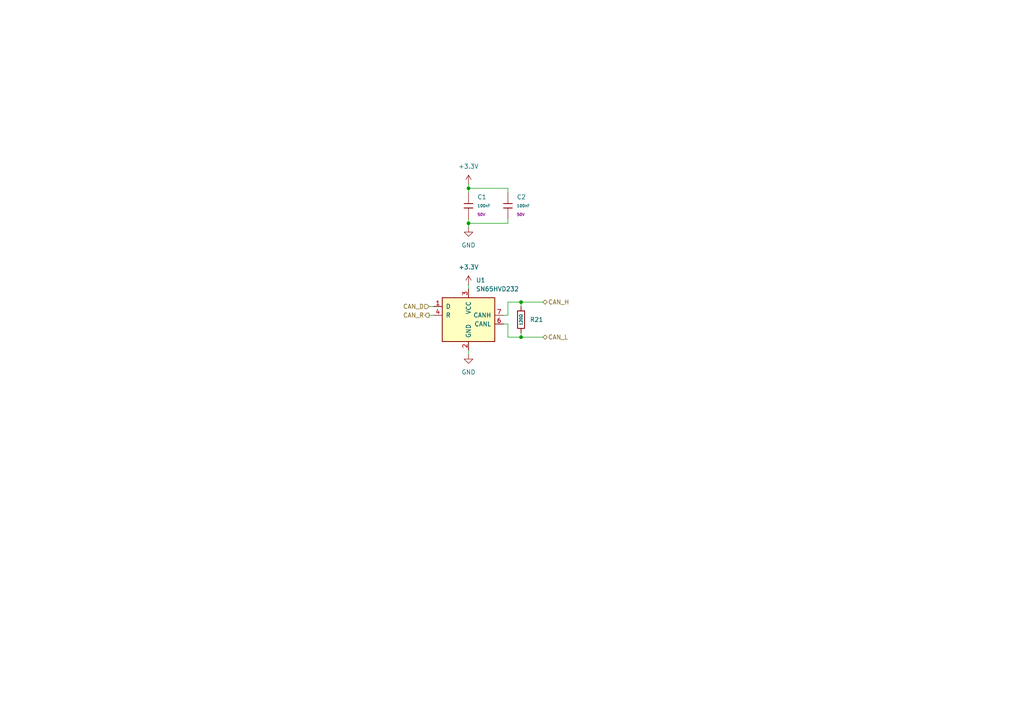
<source format=kicad_sch>
(kicad_sch
	(version 20250114)
	(generator "eeschema")
	(generator_version "9.0")
	(uuid "400a82bc-a896-47f5-b1d3-8466974c6322")
	(paper "A4")
	(title_block
		(title "CAN Transciever")
		(date "2025-11-01")
		(rev "0")
		(company "Solar Energy Racers")
	)
	(lib_symbols
		(symbol "Interface_CAN_LIN:SN65HVD232"
			(pin_names
				(offset 1.016)
			)
			(exclude_from_sim no)
			(in_bom yes)
			(on_board yes)
			(property "Reference" "U"
				(at -2.54 10.16 0)
				(effects
					(font
						(size 1.27 1.27)
					)
					(justify right)
				)
			)
			(property "Value" "SN65HVD232"
				(at -2.54 7.62 0)
				(effects
					(font
						(size 1.27 1.27)
					)
					(justify right)
				)
			)
			(property "Footprint" "Package_SO:SOIC-8_3.9x4.9mm_P1.27mm"
				(at 0 -12.7 0)
				(effects
					(font
						(size 1.27 1.27)
					)
					(hide yes)
				)
			)
			(property "Datasheet" "http://www.ti.com/lit/ds/symlink/sn65hvd230.pdf"
				(at -2.54 10.16 0)
				(effects
					(font
						(size 1.27 1.27)
					)
					(hide yes)
				)
			)
			(property "Description" "CAN Bus Transceivers, 3.3V, 1Mbps, SOIC-8"
				(at 0 0 0)
				(effects
					(font
						(size 1.27 1.27)
					)
					(hide yes)
				)
			)
			(property "ki_keywords" "can transeiver ti"
				(at 0 0 0)
				(effects
					(font
						(size 1.27 1.27)
					)
					(hide yes)
				)
			)
			(property "ki_fp_filters" "SOIC*3.9x4.9mm*P1.27mm*"
				(at 0 0 0)
				(effects
					(font
						(size 1.27 1.27)
					)
					(hide yes)
				)
			)
			(symbol "SN65HVD232_0_1"
				(rectangle
					(start -7.62 5.08)
					(end 7.62 -7.62)
					(stroke
						(width 0.254)
						(type default)
					)
					(fill
						(type background)
					)
				)
			)
			(symbol "SN65HVD232_1_1"
				(pin input line
					(at -10.16 2.54 0)
					(length 2.54)
					(name "D"
						(effects
							(font
								(size 1.27 1.27)
							)
						)
					)
					(number "1"
						(effects
							(font
								(size 1.27 1.27)
							)
						)
					)
				)
				(pin output line
					(at -10.16 0 0)
					(length 2.54)
					(name "R"
						(effects
							(font
								(size 1.27 1.27)
							)
						)
					)
					(number "4"
						(effects
							(font
								(size 1.27 1.27)
							)
						)
					)
				)
				(pin no_connect line
					(at -7.62 -2.54 0)
					(length 2.54)
					(hide yes)
					(name "NC"
						(effects
							(font
								(size 1.27 1.27)
							)
						)
					)
					(number "5"
						(effects
							(font
								(size 1.27 1.27)
							)
						)
					)
				)
				(pin no_connect line
					(at -7.62 -5.08 0)
					(length 2.54)
					(hide yes)
					(name "NC"
						(effects
							(font
								(size 1.27 1.27)
							)
						)
					)
					(number "8"
						(effects
							(font
								(size 1.27 1.27)
							)
						)
					)
				)
				(pin power_in line
					(at 0 7.62 270)
					(length 2.54)
					(name "VCC"
						(effects
							(font
								(size 1.27 1.27)
							)
						)
					)
					(number "3"
						(effects
							(font
								(size 1.27 1.27)
							)
						)
					)
				)
				(pin power_in line
					(at 0 -10.16 90)
					(length 2.54)
					(name "GND"
						(effects
							(font
								(size 1.27 1.27)
							)
						)
					)
					(number "2"
						(effects
							(font
								(size 1.27 1.27)
							)
						)
					)
				)
				(pin bidirectional line
					(at 10.16 0 180)
					(length 2.54)
					(name "CANH"
						(effects
							(font
								(size 1.27 1.27)
							)
						)
					)
					(number "7"
						(effects
							(font
								(size 1.27 1.27)
							)
						)
					)
				)
				(pin bidirectional line
					(at 10.16 -2.54 180)
					(length 2.54)
					(name "CANL"
						(effects
							(font
								(size 1.27 1.27)
							)
						)
					)
					(number "6"
						(effects
							(font
								(size 1.27 1.27)
							)
						)
					)
				)
			)
			(embedded_fonts no)
		)
		(symbol "PCM_JLCPCB-Capacitors:0603,100nF"
			(pin_numbers
				(hide yes)
			)
			(pin_names
				(offset 0)
			)
			(exclude_from_sim no)
			(in_bom yes)
			(on_board yes)
			(property "Reference" "C"
				(at 2.032 1.668 0)
				(effects
					(font
						(size 1.27 1.27)
					)
					(justify left)
				)
			)
			(property "Value" "100nF"
				(at 2.032 -0.3782 0)
				(effects
					(font
						(size 0.8 0.8)
					)
					(justify left)
				)
			)
			(property "Footprint" "PCM_JLCPCB:C_0603"
				(at -1.778 0 90)
				(effects
					(font
						(size 1.27 1.27)
					)
					(hide yes)
				)
			)
			(property "Datasheet" "https://www.lcsc.com/datasheet/lcsc_datasheet_2211101700_YAGEO-CC0603KRX7R9BB104_C14663.pdf"
				(at 0 0 0)
				(effects
					(font
						(size 1.27 1.27)
					)
					(hide yes)
				)
			)
			(property "Description" "50V 100nF X7R ±10% 0603 Multilayer Ceramic Capacitors MLCC - SMD/SMT ROHS"
				(at 0 0 0)
				(effects
					(font
						(size 1.27 1.27)
					)
					(hide yes)
				)
			)
			(property "LCSC" "C14663"
				(at 0 0 0)
				(effects
					(font
						(size 1.27 1.27)
					)
					(hide yes)
				)
			)
			(property "Stock" "70324515"
				(at 0 0 0)
				(effects
					(font
						(size 1.27 1.27)
					)
					(hide yes)
				)
			)
			(property "Price" "0.006USD"
				(at 0 0 0)
				(effects
					(font
						(size 1.27 1.27)
					)
					(hide yes)
				)
			)
			(property "Process" "SMT"
				(at 0 0 0)
				(effects
					(font
						(size 1.27 1.27)
					)
					(hide yes)
				)
			)
			(property "Minimum Qty" "20"
				(at 0 0 0)
				(effects
					(font
						(size 1.27 1.27)
					)
					(hide yes)
				)
			)
			(property "Attrition Qty" "10"
				(at 0 0 0)
				(effects
					(font
						(size 1.27 1.27)
					)
					(hide yes)
				)
			)
			(property "Class" "Basic Component"
				(at 0 0 0)
				(effects
					(font
						(size 1.27 1.27)
					)
					(hide yes)
				)
			)
			(property "Category" "Capacitors,Multilayer Ceramic Capacitors MLCC - SMD/SMT"
				(at 0 0 0)
				(effects
					(font
						(size 1.27 1.27)
					)
					(hide yes)
				)
			)
			(property "Manufacturer" "YAGEO"
				(at 0 0 0)
				(effects
					(font
						(size 1.27 1.27)
					)
					(hide yes)
				)
			)
			(property "Part" "CC0603KRX7R9BB104"
				(at 0 0 0)
				(effects
					(font
						(size 1.27 1.27)
					)
					(hide yes)
				)
			)
			(property "Voltage Rated" "50V"
				(at 2.032 -2.0462 0)
				(effects
					(font
						(size 0.8 0.8)
					)
					(justify left)
				)
			)
			(property "Tolerance" "±10%"
				(at 0 0 0)
				(effects
					(font
						(size 1.27 1.27)
					)
					(hide yes)
				)
			)
			(property "Capacitance" "100nF"
				(at 0 0 0)
				(effects
					(font
						(size 1.27 1.27)
					)
					(hide yes)
				)
			)
			(property "Temperature Coefficient" "X7R"
				(at 0 0 0)
				(effects
					(font
						(size 1.27 1.27)
					)
					(hide yes)
				)
			)
			(property "ki_fp_filters" "C_*"
				(at 0 0 0)
				(effects
					(font
						(size 1.27 1.27)
					)
					(hide yes)
				)
			)
			(symbol "0603,100nF_0_1"
				(polyline
					(pts
						(xy -1.27 0.635) (xy 1.27 0.635)
					)
					(stroke
						(width 0.254)
						(type default)
					)
					(fill
						(type none)
					)
				)
				(polyline
					(pts
						(xy -1.27 -0.635) (xy 1.27 -0.635)
					)
					(stroke
						(width 0.254)
						(type default)
					)
					(fill
						(type none)
					)
				)
			)
			(symbol "0603,100nF_1_1"
				(pin passive line
					(at 0 3.81 270)
					(length 3.175)
					(name "~"
						(effects
							(font
								(size 1.27 1.27)
							)
						)
					)
					(number "1"
						(effects
							(font
								(size 1.27 1.27)
							)
						)
					)
				)
				(pin passive line
					(at 0 -3.81 90)
					(length 3.175)
					(name "~"
						(effects
							(font
								(size 1.27 1.27)
							)
						)
					)
					(number "2"
						(effects
							(font
								(size 1.27 1.27)
							)
						)
					)
				)
			)
			(embedded_fonts no)
		)
		(symbol "PCM_JLCPCB-Resistors:0603,120Ω"
			(pin_numbers
				(hide yes)
			)
			(pin_names
				(offset 0)
			)
			(exclude_from_sim no)
			(in_bom yes)
			(on_board yes)
			(property "Reference" "R"
				(at 1.778 0 0)
				(effects
					(font
						(size 1.27 1.27)
					)
					(justify left)
				)
			)
			(property "Value" "120Ω"
				(at 0 0 90)
				(do_not_autoplace)
				(effects
					(font
						(size 0.8 0.8)
					)
				)
			)
			(property "Footprint" "PCM_JLCPCB:R_0603"
				(at -1.778 0 90)
				(effects
					(font
						(size 1.27 1.27)
					)
					(hide yes)
				)
			)
			(property "Datasheet" "https://www.lcsc.com/datasheet/lcsc_datasheet_2206010130_UNI-ROYAL-Uniroyal-Elec-0603WAF1200T5E_C22787.pdf"
				(at 0 0 0)
				(effects
					(font
						(size 1.27 1.27)
					)
					(hide yes)
				)
			)
			(property "Description" "100mW Thick Film Resistors 75V ±100ppm/°C ±1% 120Ω 0603 Chip Resistor - Surface Mount ROHS"
				(at 0 0 0)
				(effects
					(font
						(size 1.27 1.27)
					)
					(hide yes)
				)
			)
			(property "LCSC" "C22787"
				(at 0 0 0)
				(effects
					(font
						(size 1.27 1.27)
					)
					(hide yes)
				)
			)
			(property "Stock" "1670032"
				(at 0 0 0)
				(effects
					(font
						(size 1.27 1.27)
					)
					(hide yes)
				)
			)
			(property "Price" "0.004USD"
				(at 0 0 0)
				(effects
					(font
						(size 1.27 1.27)
					)
					(hide yes)
				)
			)
			(property "Process" "SMT"
				(at 0 0 0)
				(effects
					(font
						(size 1.27 1.27)
					)
					(hide yes)
				)
			)
			(property "Minimum Qty" "20"
				(at 0 0 0)
				(effects
					(font
						(size 1.27 1.27)
					)
					(hide yes)
				)
			)
			(property "Attrition Qty" "10"
				(at 0 0 0)
				(effects
					(font
						(size 1.27 1.27)
					)
					(hide yes)
				)
			)
			(property "Class" "Basic Component"
				(at 0 0 0)
				(effects
					(font
						(size 1.27 1.27)
					)
					(hide yes)
				)
			)
			(property "Category" "Resistors,Chip Resistor - Surface Mount"
				(at 0 0 0)
				(effects
					(font
						(size 1.27 1.27)
					)
					(hide yes)
				)
			)
			(property "Manufacturer" "UNI-ROYAL(Uniroyal Elec)"
				(at 0 0 0)
				(effects
					(font
						(size 1.27 1.27)
					)
					(hide yes)
				)
			)
			(property "Part" "0603WAF1200T5E"
				(at 0 0 0)
				(effects
					(font
						(size 1.27 1.27)
					)
					(hide yes)
				)
			)
			(property "Resistance" "120Ω"
				(at 0 0 0)
				(effects
					(font
						(size 1.27 1.27)
					)
					(hide yes)
				)
			)
			(property "Power(Watts)" "100mW"
				(at 0 0 0)
				(effects
					(font
						(size 1.27 1.27)
					)
					(hide yes)
				)
			)
			(property "Type" "Thick Film Resistors"
				(at 0 0 0)
				(effects
					(font
						(size 1.27 1.27)
					)
					(hide yes)
				)
			)
			(property "Overload Voltage (Max)" "75V"
				(at 0 0 0)
				(effects
					(font
						(size 1.27 1.27)
					)
					(hide yes)
				)
			)
			(property "Operating Temperature Range" "-55°C~+155°C"
				(at 0 0 0)
				(effects
					(font
						(size 1.27 1.27)
					)
					(hide yes)
				)
			)
			(property "Tolerance" "±1%"
				(at 0 0 0)
				(effects
					(font
						(size 1.27 1.27)
					)
					(hide yes)
				)
			)
			(property "Temperature Coefficient" "±100ppm/°C"
				(at 0 0 0)
				(effects
					(font
						(size 1.27 1.27)
					)
					(hide yes)
				)
			)
			(property "ki_fp_filters" "R_*"
				(at 0 0 0)
				(effects
					(font
						(size 1.27 1.27)
					)
					(hide yes)
				)
			)
			(symbol "0603,120Ω_0_1"
				(rectangle
					(start -1.016 2.54)
					(end 1.016 -2.54)
					(stroke
						(width 0.254)
						(type default)
					)
					(fill
						(type none)
					)
				)
			)
			(symbol "0603,120Ω_1_1"
				(pin passive line
					(at 0 3.81 270)
					(length 1.27)
					(name "~"
						(effects
							(font
								(size 1.27 1.27)
							)
						)
					)
					(number "1"
						(effects
							(font
								(size 1.27 1.27)
							)
						)
					)
				)
				(pin passive line
					(at 0 -3.81 90)
					(length 1.27)
					(name "~"
						(effects
							(font
								(size 1.27 1.27)
							)
						)
					)
					(number "2"
						(effects
							(font
								(size 1.27 1.27)
							)
						)
					)
				)
			)
			(embedded_fonts no)
		)
		(symbol "power:+3.3V"
			(power)
			(pin_numbers
				(hide yes)
			)
			(pin_names
				(offset 0)
				(hide yes)
			)
			(exclude_from_sim no)
			(in_bom yes)
			(on_board yes)
			(property "Reference" "#PWR"
				(at 0 -3.81 0)
				(effects
					(font
						(size 1.27 1.27)
					)
					(hide yes)
				)
			)
			(property "Value" "+3.3V"
				(at 0 3.556 0)
				(effects
					(font
						(size 1.27 1.27)
					)
				)
			)
			(property "Footprint" ""
				(at 0 0 0)
				(effects
					(font
						(size 1.27 1.27)
					)
					(hide yes)
				)
			)
			(property "Datasheet" ""
				(at 0 0 0)
				(effects
					(font
						(size 1.27 1.27)
					)
					(hide yes)
				)
			)
			(property "Description" "Power symbol creates a global label with name \"+3.3V\""
				(at 0 0 0)
				(effects
					(font
						(size 1.27 1.27)
					)
					(hide yes)
				)
			)
			(property "ki_keywords" "global power"
				(at 0 0 0)
				(effects
					(font
						(size 1.27 1.27)
					)
					(hide yes)
				)
			)
			(symbol "+3.3V_0_1"
				(polyline
					(pts
						(xy -0.762 1.27) (xy 0 2.54)
					)
					(stroke
						(width 0)
						(type default)
					)
					(fill
						(type none)
					)
				)
				(polyline
					(pts
						(xy 0 2.54) (xy 0.762 1.27)
					)
					(stroke
						(width 0)
						(type default)
					)
					(fill
						(type none)
					)
				)
				(polyline
					(pts
						(xy 0 0) (xy 0 2.54)
					)
					(stroke
						(width 0)
						(type default)
					)
					(fill
						(type none)
					)
				)
			)
			(symbol "+3.3V_1_1"
				(pin power_in line
					(at 0 0 90)
					(length 0)
					(name "~"
						(effects
							(font
								(size 1.27 1.27)
							)
						)
					)
					(number "1"
						(effects
							(font
								(size 1.27 1.27)
							)
						)
					)
				)
			)
			(embedded_fonts no)
		)
		(symbol "power:GND"
			(power)
			(pin_numbers
				(hide yes)
			)
			(pin_names
				(offset 0)
				(hide yes)
			)
			(exclude_from_sim no)
			(in_bom yes)
			(on_board yes)
			(property "Reference" "#PWR"
				(at 0 -6.35 0)
				(effects
					(font
						(size 1.27 1.27)
					)
					(hide yes)
				)
			)
			(property "Value" "GND"
				(at 0 -3.81 0)
				(effects
					(font
						(size 1.27 1.27)
					)
				)
			)
			(property "Footprint" ""
				(at 0 0 0)
				(effects
					(font
						(size 1.27 1.27)
					)
					(hide yes)
				)
			)
			(property "Datasheet" ""
				(at 0 0 0)
				(effects
					(font
						(size 1.27 1.27)
					)
					(hide yes)
				)
			)
			(property "Description" "Power symbol creates a global label with name \"GND\" , ground"
				(at 0 0 0)
				(effects
					(font
						(size 1.27 1.27)
					)
					(hide yes)
				)
			)
			(property "ki_keywords" "global power"
				(at 0 0 0)
				(effects
					(font
						(size 1.27 1.27)
					)
					(hide yes)
				)
			)
			(symbol "GND_0_1"
				(polyline
					(pts
						(xy 0 0) (xy 0 -1.27) (xy 1.27 -1.27) (xy 0 -2.54) (xy -1.27 -1.27) (xy 0 -1.27)
					)
					(stroke
						(width 0)
						(type default)
					)
					(fill
						(type none)
					)
				)
			)
			(symbol "GND_1_1"
				(pin power_in line
					(at 0 0 270)
					(length 0)
					(name "~"
						(effects
							(font
								(size 1.27 1.27)
							)
						)
					)
					(number "1"
						(effects
							(font
								(size 1.27 1.27)
							)
						)
					)
				)
			)
			(embedded_fonts no)
		)
	)
	(junction
		(at 135.89 64.77)
		(diameter 0)
		(color 0 0 0 0)
		(uuid "400ade4f-a02b-4e54-9df3-94f02d8fba0f")
	)
	(junction
		(at 151.13 87.63)
		(diameter 0)
		(color 0 0 0 0)
		(uuid "63712f77-dd32-46f5-a021-9b708ef2655f")
	)
	(junction
		(at 135.89 54.61)
		(diameter 0)
		(color 0 0 0 0)
		(uuid "8a168615-6fc9-4cfb-9d95-82158d11a0f4")
	)
	(junction
		(at 151.13 97.79)
		(diameter 0)
		(color 0 0 0 0)
		(uuid "a57a9955-4005-4d28-8d4c-a76f6c18278c")
	)
	(wire
		(pts
			(xy 151.13 87.63) (xy 151.13 88.9)
		)
		(stroke
			(width 0)
			(type default)
		)
		(uuid "0318dbd2-d9ed-43e4-a769-4d2863238dea")
	)
	(wire
		(pts
			(xy 147.32 97.79) (xy 147.32 93.98)
		)
		(stroke
			(width 0)
			(type default)
		)
		(uuid "0be80bd6-2d30-4633-ad2e-ba18931535c4")
	)
	(wire
		(pts
			(xy 135.89 54.61) (xy 135.89 55.88)
		)
		(stroke
			(width 0)
			(type default)
		)
		(uuid "11165ca1-5c60-4cf3-a5e4-9037b57f6dc6")
	)
	(wire
		(pts
			(xy 135.89 82.55) (xy 135.89 83.82)
		)
		(stroke
			(width 0)
			(type default)
		)
		(uuid "37572b03-ab87-4b42-8b1b-d7738db5ea90")
	)
	(wire
		(pts
			(xy 151.13 96.52) (xy 151.13 97.79)
		)
		(stroke
			(width 0)
			(type default)
		)
		(uuid "3dd11048-5487-4d4c-b537-a07c25b833c8")
	)
	(wire
		(pts
			(xy 124.46 91.44) (xy 125.73 91.44)
		)
		(stroke
			(width 0)
			(type default)
		)
		(uuid "40d6a505-5059-48dd-a7ce-31fa362479b0")
	)
	(wire
		(pts
			(xy 151.13 87.63) (xy 147.32 87.63)
		)
		(stroke
			(width 0)
			(type default)
		)
		(uuid "51670c03-594a-4ed9-84df-445fb5d8da4d")
	)
	(wire
		(pts
			(xy 157.48 87.63) (xy 151.13 87.63)
		)
		(stroke
			(width 0)
			(type default)
		)
		(uuid "658983d1-8e4a-428a-925e-bfc079c1abbc")
	)
	(wire
		(pts
			(xy 151.13 97.79) (xy 147.32 97.79)
		)
		(stroke
			(width 0)
			(type default)
		)
		(uuid "694242fe-5d67-4f8b-83c3-371b84e0c0bc")
	)
	(wire
		(pts
			(xy 157.48 97.79) (xy 151.13 97.79)
		)
		(stroke
			(width 0)
			(type default)
		)
		(uuid "6a9b35b5-a1cf-4c32-9e5d-5a02f9f391d9")
	)
	(wire
		(pts
			(xy 124.46 88.9) (xy 125.73 88.9)
		)
		(stroke
			(width 0)
			(type default)
		)
		(uuid "71665e81-c509-4e0b-9bef-91962ac02f2c")
	)
	(wire
		(pts
			(xy 147.32 93.98) (xy 146.05 93.98)
		)
		(stroke
			(width 0)
			(type default)
		)
		(uuid "74331cd4-8bfb-404b-aeb7-cbe467d5efe8")
	)
	(wire
		(pts
			(xy 135.89 64.77) (xy 147.32 64.77)
		)
		(stroke
			(width 0)
			(type default)
		)
		(uuid "882a564f-a247-488a-aa5e-3deec61864f7")
	)
	(wire
		(pts
			(xy 135.89 102.87) (xy 135.89 101.6)
		)
		(stroke
			(width 0)
			(type default)
		)
		(uuid "8c1c4bb2-d561-4c57-9d96-6bba0139f744")
	)
	(wire
		(pts
			(xy 135.89 53.34) (xy 135.89 54.61)
		)
		(stroke
			(width 0)
			(type default)
		)
		(uuid "ac24a610-ed9e-4222-858d-86073d2a9236")
	)
	(wire
		(pts
			(xy 147.32 87.63) (xy 147.32 91.44)
		)
		(stroke
			(width 0)
			(type default)
		)
		(uuid "ad4a3c91-5e0b-446d-9517-114ff9732b9d")
	)
	(wire
		(pts
			(xy 135.89 54.61) (xy 147.32 54.61)
		)
		(stroke
			(width 0)
			(type default)
		)
		(uuid "b383db63-370d-4d72-b152-3560bc931c00")
	)
	(wire
		(pts
			(xy 147.32 55.88) (xy 147.32 54.61)
		)
		(stroke
			(width 0)
			(type default)
		)
		(uuid "b59e7c6a-edd6-4f38-ae9e-8cd2b6e63fde")
	)
	(wire
		(pts
			(xy 147.32 63.5) (xy 147.32 64.77)
		)
		(stroke
			(width 0)
			(type default)
		)
		(uuid "d0c7e987-1f98-4ec9-a357-9826780d3611")
	)
	(wire
		(pts
			(xy 135.89 64.77) (xy 135.89 63.5)
		)
		(stroke
			(width 0)
			(type default)
		)
		(uuid "de9f7a6d-0ac7-44f5-95af-c0ad74aa9eac")
	)
	(wire
		(pts
			(xy 147.32 91.44) (xy 146.05 91.44)
		)
		(stroke
			(width 0)
			(type default)
		)
		(uuid "f0d882e6-fbf1-4a12-b667-637e38e97816")
	)
	(wire
		(pts
			(xy 135.89 66.04) (xy 135.89 64.77)
		)
		(stroke
			(width 0)
			(type default)
		)
		(uuid "fdd65645-0fc0-4885-8890-d0295082f003")
	)
	(hierarchical_label "CAN_R"
		(shape output)
		(at 124.46 91.44 180)
		(effects
			(font
				(size 1.27 1.27)
			)
			(justify right)
		)
		(uuid "4f1946b6-e196-4814-8940-d82116733555")
	)
	(hierarchical_label "CAN_L"
		(shape bidirectional)
		(at 157.48 97.79 0)
		(effects
			(font
				(size 1.27 1.27)
			)
			(justify left)
		)
		(uuid "8e266479-65ca-4936-a72a-d6efc4f20ed2")
	)
	(hierarchical_label "CAN_H"
		(shape bidirectional)
		(at 157.48 87.63 0)
		(effects
			(font
				(size 1.27 1.27)
			)
			(justify left)
		)
		(uuid "9459e56b-6968-4758-89dd-0aeb081bdbb0")
	)
	(hierarchical_label "CAN_D"
		(shape input)
		(at 124.46 88.9 180)
		(effects
			(font
				(size 1.27 1.27)
			)
			(justify right)
		)
		(uuid "f7f7ec93-928f-4351-a1c5-75d9adc0dd4f")
	)
	(symbol
		(lib_id "power:GND")
		(at 135.89 66.04 0)
		(unit 1)
		(exclude_from_sim no)
		(in_bom yes)
		(on_board yes)
		(dnp no)
		(fields_autoplaced yes)
		(uuid "19417279-8d39-4131-81f8-437f7a40384b")
		(property "Reference" "#PWR032"
			(at 135.89 72.39 0)
			(effects
				(font
					(size 1.27 1.27)
				)
				(hide yes)
			)
		)
		(property "Value" "GND"
			(at 135.89 71.12 0)
			(effects
				(font
					(size 1.27 1.27)
				)
			)
		)
		(property "Footprint" ""
			(at 135.89 66.04 0)
			(effects
				(font
					(size 1.27 1.27)
				)
				(hide yes)
			)
		)
		(property "Datasheet" ""
			(at 135.89 66.04 0)
			(effects
				(font
					(size 1.27 1.27)
				)
				(hide yes)
			)
		)
		(property "Description" "Power symbol creates a global label with name \"GND\" , ground"
			(at 135.89 66.04 0)
			(effects
				(font
					(size 1.27 1.27)
				)
				(hide yes)
			)
		)
		(pin "1"
			(uuid "ab7c3243-d4a8-4b15-a5b7-9d448e2732e2")
		)
		(instances
			(project "AuxController"
				(path "/9544068f-39f5-4662-8d0e-f77047cf820d/c3d4e266-f0cd-4da3-a51d-d32e812bfcd7"
					(reference "#PWR032")
					(unit 1)
				)
			)
		)
	)
	(symbol
		(lib_id "PCM_JLCPCB-Capacitors:0603,100nF")
		(at 135.89 59.69 0)
		(unit 1)
		(exclude_from_sim no)
		(in_bom yes)
		(on_board yes)
		(dnp no)
		(fields_autoplaced yes)
		(uuid "1ea032cd-516d-49cf-bb1d-b53ed3aa90b6")
		(property "Reference" "C1"
			(at 138.43 57.1499 0)
			(effects
				(font
					(size 1.27 1.27)
				)
				(justify left)
			)
		)
		(property "Value" "100nF"
			(at 138.43 59.69 0)
			(effects
				(font
					(size 0.8 0.8)
				)
				(justify left)
			)
		)
		(property "Footprint" "PCM_JLCPCB:C_0603"
			(at 134.112 59.69 90)
			(effects
				(font
					(size 1.27 1.27)
				)
				(hide yes)
			)
		)
		(property "Datasheet" "https://www.lcsc.com/datasheet/lcsc_datasheet_2211101700_YAGEO-CC0603KRX7R9BB104_C14663.pdf"
			(at 135.89 59.69 0)
			(effects
				(font
					(size 1.27 1.27)
				)
				(hide yes)
			)
		)
		(property "Description" "50V 100nF X7R ±10% 0603 Multilayer Ceramic Capacitors MLCC - SMD/SMT ROHS"
			(at 135.89 59.69 0)
			(effects
				(font
					(size 1.27 1.27)
				)
				(hide yes)
			)
		)
		(property "LCSC" "C14663"
			(at 135.89 59.69 0)
			(effects
				(font
					(size 1.27 1.27)
				)
				(hide yes)
			)
		)
		(property "Stock" "70324515"
			(at 135.89 59.69 0)
			(effects
				(font
					(size 1.27 1.27)
				)
				(hide yes)
			)
		)
		(property "Price" "0.006USD"
			(at 135.89 59.69 0)
			(effects
				(font
					(size 1.27 1.27)
				)
				(hide yes)
			)
		)
		(property "Process" "SMT"
			(at 135.89 59.69 0)
			(effects
				(font
					(size 1.27 1.27)
				)
				(hide yes)
			)
		)
		(property "Minimum Qty" "20"
			(at 135.89 59.69 0)
			(effects
				(font
					(size 1.27 1.27)
				)
				(hide yes)
			)
		)
		(property "Attrition Qty" "10"
			(at 135.89 59.69 0)
			(effects
				(font
					(size 1.27 1.27)
				)
				(hide yes)
			)
		)
		(property "Class" "Basic Component"
			(at 135.89 59.69 0)
			(effects
				(font
					(size 1.27 1.27)
				)
				(hide yes)
			)
		)
		(property "Category" "Capacitors,Multilayer Ceramic Capacitors MLCC - SMD/SMT"
			(at 135.89 59.69 0)
			(effects
				(font
					(size 1.27 1.27)
				)
				(hide yes)
			)
		)
		(property "Manufacturer" "YAGEO"
			(at 135.89 59.69 0)
			(effects
				(font
					(size 1.27 1.27)
				)
				(hide yes)
			)
		)
		(property "Part" "CC0603KRX7R9BB104"
			(at 135.89 59.69 0)
			(effects
				(font
					(size 1.27 1.27)
				)
				(hide yes)
			)
		)
		(property "Voltage Rated" "50V"
			(at 138.43 62.23 0)
			(effects
				(font
					(size 0.8 0.8)
				)
				(justify left)
			)
		)
		(property "Tolerance" "±10%"
			(at 135.89 59.69 0)
			(effects
				(font
					(size 1.27 1.27)
				)
				(hide yes)
			)
		)
		(property "Capacitance" "100nF"
			(at 135.89 59.69 0)
			(effects
				(font
					(size 1.27 1.27)
				)
				(hide yes)
			)
		)
		(property "Temperature Coefficient" "X7R"
			(at 135.89 59.69 0)
			(effects
				(font
					(size 1.27 1.27)
				)
				(hide yes)
			)
		)
		(pin "1"
			(uuid "43ab37c8-d398-47b1-bb61-c1e7c2fa7ee1")
		)
		(pin "2"
			(uuid "1104c06b-6ca6-4748-855f-0d75803cd09c")
		)
		(instances
			(project ""
				(path "/9544068f-39f5-4662-8d0e-f77047cf820d/c3d4e266-f0cd-4da3-a51d-d32e812bfcd7"
					(reference "C1")
					(unit 1)
				)
			)
		)
	)
	(symbol
		(lib_id "PCM_JLCPCB-Capacitors:0603,100nF")
		(at 147.32 59.69 0)
		(unit 1)
		(exclude_from_sim no)
		(in_bom yes)
		(on_board yes)
		(dnp no)
		(fields_autoplaced yes)
		(uuid "3939a0e5-a1b7-4c76-8302-9cbbdfab8288")
		(property "Reference" "C2"
			(at 149.86 57.1499 0)
			(effects
				(font
					(size 1.27 1.27)
				)
				(justify left)
			)
		)
		(property "Value" "100nF"
			(at 149.86 59.69 0)
			(effects
				(font
					(size 0.8 0.8)
				)
				(justify left)
			)
		)
		(property "Footprint" "PCM_JLCPCB:C_0603"
			(at 145.542 59.69 90)
			(effects
				(font
					(size 1.27 1.27)
				)
				(hide yes)
			)
		)
		(property "Datasheet" "https://www.lcsc.com/datasheet/lcsc_datasheet_2211101700_YAGEO-CC0603KRX7R9BB104_C14663.pdf"
			(at 147.32 59.69 0)
			(effects
				(font
					(size 1.27 1.27)
				)
				(hide yes)
			)
		)
		(property "Description" "50V 100nF X7R ±10% 0603 Multilayer Ceramic Capacitors MLCC - SMD/SMT ROHS"
			(at 147.32 59.69 0)
			(effects
				(font
					(size 1.27 1.27)
				)
				(hide yes)
			)
		)
		(property "LCSC" "C14663"
			(at 147.32 59.69 0)
			(effects
				(font
					(size 1.27 1.27)
				)
				(hide yes)
			)
		)
		(property "Stock" "70324515"
			(at 147.32 59.69 0)
			(effects
				(font
					(size 1.27 1.27)
				)
				(hide yes)
			)
		)
		(property "Price" "0.006USD"
			(at 147.32 59.69 0)
			(effects
				(font
					(size 1.27 1.27)
				)
				(hide yes)
			)
		)
		(property "Process" "SMT"
			(at 147.32 59.69 0)
			(effects
				(font
					(size 1.27 1.27)
				)
				(hide yes)
			)
		)
		(property "Minimum Qty" "20"
			(at 147.32 59.69 0)
			(effects
				(font
					(size 1.27 1.27)
				)
				(hide yes)
			)
		)
		(property "Attrition Qty" "10"
			(at 147.32 59.69 0)
			(effects
				(font
					(size 1.27 1.27)
				)
				(hide yes)
			)
		)
		(property "Class" "Basic Component"
			(at 147.32 59.69 0)
			(effects
				(font
					(size 1.27 1.27)
				)
				(hide yes)
			)
		)
		(property "Category" "Capacitors,Multilayer Ceramic Capacitors MLCC - SMD/SMT"
			(at 147.32 59.69 0)
			(effects
				(font
					(size 1.27 1.27)
				)
				(hide yes)
			)
		)
		(property "Manufacturer" "YAGEO"
			(at 147.32 59.69 0)
			(effects
				(font
					(size 1.27 1.27)
				)
				(hide yes)
			)
		)
		(property "Part" "CC0603KRX7R9BB104"
			(at 147.32 59.69 0)
			(effects
				(font
					(size 1.27 1.27)
				)
				(hide yes)
			)
		)
		(property "Voltage Rated" "50V"
			(at 149.86 62.23 0)
			(effects
				(font
					(size 0.8 0.8)
				)
				(justify left)
			)
		)
		(property "Tolerance" "±10%"
			(at 147.32 59.69 0)
			(effects
				(font
					(size 1.27 1.27)
				)
				(hide yes)
			)
		)
		(property "Capacitance" "100nF"
			(at 147.32 59.69 0)
			(effects
				(font
					(size 1.27 1.27)
				)
				(hide yes)
			)
		)
		(property "Temperature Coefficient" "X7R"
			(at 147.32 59.69 0)
			(effects
				(font
					(size 1.27 1.27)
				)
				(hide yes)
			)
		)
		(pin "1"
			(uuid "9037b873-0a81-459c-ad96-cf22927457ab")
		)
		(pin "2"
			(uuid "fd974721-ecc8-484e-8c7b-6e7c69221269")
		)
		(instances
			(project "AuxController"
				(path "/9544068f-39f5-4662-8d0e-f77047cf820d/c3d4e266-f0cd-4da3-a51d-d32e812bfcd7"
					(reference "C2")
					(unit 1)
				)
			)
		)
	)
	(symbol
		(lib_id "power:+3.3V")
		(at 135.89 53.34 0)
		(unit 1)
		(exclude_from_sim no)
		(in_bom yes)
		(on_board yes)
		(dnp no)
		(fields_autoplaced yes)
		(uuid "3f99dcbd-a1cb-49cd-9bb7-2a0e72ef05f3")
		(property "Reference" "#PWR031"
			(at 135.89 57.15 0)
			(effects
				(font
					(size 1.27 1.27)
				)
				(hide yes)
			)
		)
		(property "Value" "+3.3V"
			(at 135.89 48.26 0)
			(effects
				(font
					(size 1.27 1.27)
				)
			)
		)
		(property "Footprint" ""
			(at 135.89 53.34 0)
			(effects
				(font
					(size 1.27 1.27)
				)
				(hide yes)
			)
		)
		(property "Datasheet" ""
			(at 135.89 53.34 0)
			(effects
				(font
					(size 1.27 1.27)
				)
				(hide yes)
			)
		)
		(property "Description" "Power symbol creates a global label with name \"+3.3V\""
			(at 135.89 53.34 0)
			(effects
				(font
					(size 1.27 1.27)
				)
				(hide yes)
			)
		)
		(pin "1"
			(uuid "3f773bd2-5a9d-4241-8612-99057e8ed6f3")
		)
		(instances
			(project "AuxController"
				(path "/9544068f-39f5-4662-8d0e-f77047cf820d/c3d4e266-f0cd-4da3-a51d-d32e812bfcd7"
					(reference "#PWR031")
					(unit 1)
				)
			)
		)
	)
	(symbol
		(lib_id "power:GND")
		(at 135.89 102.87 0)
		(unit 1)
		(exclude_from_sim no)
		(in_bom yes)
		(on_board yes)
		(dnp no)
		(fields_autoplaced yes)
		(uuid "49a89f97-b12c-4132-91eb-ace9b17c5511")
		(property "Reference" "#PWR034"
			(at 135.89 109.22 0)
			(effects
				(font
					(size 1.27 1.27)
				)
				(hide yes)
			)
		)
		(property "Value" "GND"
			(at 135.89 107.95 0)
			(effects
				(font
					(size 1.27 1.27)
				)
			)
		)
		(property "Footprint" ""
			(at 135.89 102.87 0)
			(effects
				(font
					(size 1.27 1.27)
				)
				(hide yes)
			)
		)
		(property "Datasheet" ""
			(at 135.89 102.87 0)
			(effects
				(font
					(size 1.27 1.27)
				)
				(hide yes)
			)
		)
		(property "Description" "Power symbol creates a global label with name \"GND\" , ground"
			(at 135.89 102.87 0)
			(effects
				(font
					(size 1.27 1.27)
				)
				(hide yes)
			)
		)
		(pin "1"
			(uuid "2dd53cf1-bebe-40f5-a77b-f0e0afd2046b")
		)
		(instances
			(project ""
				(path "/9544068f-39f5-4662-8d0e-f77047cf820d/c3d4e266-f0cd-4da3-a51d-d32e812bfcd7"
					(reference "#PWR034")
					(unit 1)
				)
			)
		)
	)
	(symbol
		(lib_id "Interface_CAN_LIN:SN65HVD232")
		(at 135.89 91.44 0)
		(unit 1)
		(exclude_from_sim no)
		(in_bom yes)
		(on_board yes)
		(dnp no)
		(fields_autoplaced yes)
		(uuid "5a1abf63-a9af-4ff1-873d-e7ccb98f4708")
		(property "Reference" "U1"
			(at 138.0333 81.28 0)
			(effects
				(font
					(size 1.27 1.27)
				)
				(justify left)
			)
		)
		(property "Value" "SN65HVD232"
			(at 138.0333 83.82 0)
			(effects
				(font
					(size 1.27 1.27)
				)
				(justify left)
			)
		)
		(property "Footprint" "Package_SO:SOIC-8_3.9x4.9mm_P1.27mm"
			(at 135.89 104.14 0)
			(effects
				(font
					(size 1.27 1.27)
				)
				(hide yes)
			)
		)
		(property "Datasheet" "http://www.ti.com/lit/ds/symlink/sn65hvd230.pdf"
			(at 133.35 81.28 0)
			(effects
				(font
					(size 1.27 1.27)
				)
				(hide yes)
			)
		)
		(property "Description" "CAN Bus Transceivers, 3.3V, 1Mbps, SOIC-8"
			(at 135.89 91.44 0)
			(effects
				(font
					(size 1.27 1.27)
				)
				(hide yes)
			)
		)
		(pin "5"
			(uuid "c6dd3a01-d973-4a16-8b30-492c1a21a3ca")
		)
		(pin "3"
			(uuid "0b76e58f-ec7a-4cc8-88f5-ab4c88ce9cdc")
		)
		(pin "7"
			(uuid "9c2d34b8-8956-4819-9c8e-9534160be195")
		)
		(pin "6"
			(uuid "422e977e-aeac-47a2-806a-d295c6b3989e")
		)
		(pin "8"
			(uuid "abbbf325-2931-4dcc-8efa-c2b2b0233f02")
		)
		(pin "1"
			(uuid "f7cc325e-7415-4aa1-8833-c2289cc99543")
		)
		(pin "2"
			(uuid "b707f0d1-b0cd-4174-9043-17bdb772663f")
		)
		(pin "4"
			(uuid "b43ceb4b-8467-405f-b0ab-62c242e9d6eb")
		)
		(instances
			(project ""
				(path "/9544068f-39f5-4662-8d0e-f77047cf820d/c3d4e266-f0cd-4da3-a51d-d32e812bfcd7"
					(reference "U1")
					(unit 1)
				)
			)
		)
	)
	(symbol
		(lib_id "power:+3.3V")
		(at 135.89 82.55 0)
		(unit 1)
		(exclude_from_sim no)
		(in_bom yes)
		(on_board yes)
		(dnp no)
		(fields_autoplaced yes)
		(uuid "888cf42a-d0f9-4882-bf14-6f7ded3abbdb")
		(property "Reference" "#PWR033"
			(at 135.89 86.36 0)
			(effects
				(font
					(size 1.27 1.27)
				)
				(hide yes)
			)
		)
		(property "Value" "+3.3V"
			(at 135.89 77.47 0)
			(effects
				(font
					(size 1.27 1.27)
				)
			)
		)
		(property "Footprint" ""
			(at 135.89 82.55 0)
			(effects
				(font
					(size 1.27 1.27)
				)
				(hide yes)
			)
		)
		(property "Datasheet" ""
			(at 135.89 82.55 0)
			(effects
				(font
					(size 1.27 1.27)
				)
				(hide yes)
			)
		)
		(property "Description" "Power symbol creates a global label with name \"+3.3V\""
			(at 135.89 82.55 0)
			(effects
				(font
					(size 1.27 1.27)
				)
				(hide yes)
			)
		)
		(pin "1"
			(uuid "482cbffb-a006-427b-a839-907a0e2c0dc2")
		)
		(instances
			(project "AuxController"
				(path "/9544068f-39f5-4662-8d0e-f77047cf820d/c3d4e266-f0cd-4da3-a51d-d32e812bfcd7"
					(reference "#PWR033")
					(unit 1)
				)
			)
		)
	)
	(symbol
		(lib_id "PCM_JLCPCB-Resistors:0603,120Ω")
		(at 151.13 92.71 0)
		(unit 1)
		(exclude_from_sim no)
		(in_bom yes)
		(on_board yes)
		(dnp no)
		(fields_autoplaced yes)
		(uuid "fb00a32b-aa96-4c8d-9384-ee9d0098680c")
		(property "Reference" "R21"
			(at 153.67 92.7099 0)
			(effects
				(font
					(size 1.27 1.27)
				)
				(justify left)
			)
		)
		(property "Value" "120Ω"
			(at 151.13 92.71 90)
			(do_not_autoplace yes)
			(effects
				(font
					(size 0.8 0.8)
				)
			)
		)
		(property "Footprint" "PCM_JLCPCB:R_0603"
			(at 149.352 92.71 90)
			(effects
				(font
					(size 1.27 1.27)
				)
				(hide yes)
			)
		)
		(property "Datasheet" "https://www.lcsc.com/datasheet/lcsc_datasheet_2206010130_UNI-ROYAL-Uniroyal-Elec-0603WAF1200T5E_C22787.pdf"
			(at 151.13 92.71 0)
			(effects
				(font
					(size 1.27 1.27)
				)
				(hide yes)
			)
		)
		(property "Description" "100mW Thick Film Resistors 75V ±100ppm/°C ±1% 120Ω 0603 Chip Resistor - Surface Mount ROHS"
			(at 151.13 92.71 0)
			(effects
				(font
					(size 1.27 1.27)
				)
				(hide yes)
			)
		)
		(property "LCSC" "C22787"
			(at 151.13 92.71 0)
			(effects
				(font
					(size 1.27 1.27)
				)
				(hide yes)
			)
		)
		(property "Stock" "1670032"
			(at 151.13 92.71 0)
			(effects
				(font
					(size 1.27 1.27)
				)
				(hide yes)
			)
		)
		(property "Price" "0.004USD"
			(at 151.13 92.71 0)
			(effects
				(font
					(size 1.27 1.27)
				)
				(hide yes)
			)
		)
		(property "Process" "SMT"
			(at 151.13 92.71 0)
			(effects
				(font
					(size 1.27 1.27)
				)
				(hide yes)
			)
		)
		(property "Minimum Qty" "20"
			(at 151.13 92.71 0)
			(effects
				(font
					(size 1.27 1.27)
				)
				(hide yes)
			)
		)
		(property "Attrition Qty" "10"
			(at 151.13 92.71 0)
			(effects
				(font
					(size 1.27 1.27)
				)
				(hide yes)
			)
		)
		(property "Class" "Basic Component"
			(at 151.13 92.71 0)
			(effects
				(font
					(size 1.27 1.27)
				)
				(hide yes)
			)
		)
		(property "Category" "Resistors,Chip Resistor - Surface Mount"
			(at 151.13 92.71 0)
			(effects
				(font
					(size 1.27 1.27)
				)
				(hide yes)
			)
		)
		(property "Manufacturer" "UNI-ROYAL(Uniroyal Elec)"
			(at 151.13 92.71 0)
			(effects
				(font
					(size 1.27 1.27)
				)
				(hide yes)
			)
		)
		(property "Part" "0603WAF1200T5E"
			(at 151.13 92.71 0)
			(effects
				(font
					(size 1.27 1.27)
				)
				(hide yes)
			)
		)
		(property "Resistance" "120Ω"
			(at 151.13 92.71 0)
			(effects
				(font
					(size 1.27 1.27)
				)
				(hide yes)
			)
		)
		(property "Power(Watts)" "100mW"
			(at 151.13 92.71 0)
			(effects
				(font
					(size 1.27 1.27)
				)
				(hide yes)
			)
		)
		(property "Type" "Thick Film Resistors"
			(at 151.13 92.71 0)
			(effects
				(font
					(size 1.27 1.27)
				)
				(hide yes)
			)
		)
		(property "Overload Voltage (Max)" "75V"
			(at 151.13 92.71 0)
			(effects
				(font
					(size 1.27 1.27)
				)
				(hide yes)
			)
		)
		(property "Operating Temperature Range" "-55°C~+155°C"
			(at 151.13 92.71 0)
			(effects
				(font
					(size 1.27 1.27)
				)
				(hide yes)
			)
		)
		(property "Tolerance" "±1%"
			(at 151.13 92.71 0)
			(effects
				(font
					(size 1.27 1.27)
				)
				(hide yes)
			)
		)
		(property "Temperature Coefficient" "±100ppm/°C"
			(at 151.13 92.71 0)
			(effects
				(font
					(size 1.27 1.27)
				)
				(hide yes)
			)
		)
		(pin "1"
			(uuid "f7486962-f8c4-46bc-aa55-81cfb006b790")
		)
		(pin "2"
			(uuid "101d4a7a-7df2-470d-8e50-09aae3b9dd8c")
		)
		(instances
			(project ""
				(path "/9544068f-39f5-4662-8d0e-f77047cf820d/c3d4e266-f0cd-4da3-a51d-d32e812bfcd7"
					(reference "R21")
					(unit 1)
				)
			)
		)
	)
)

</source>
